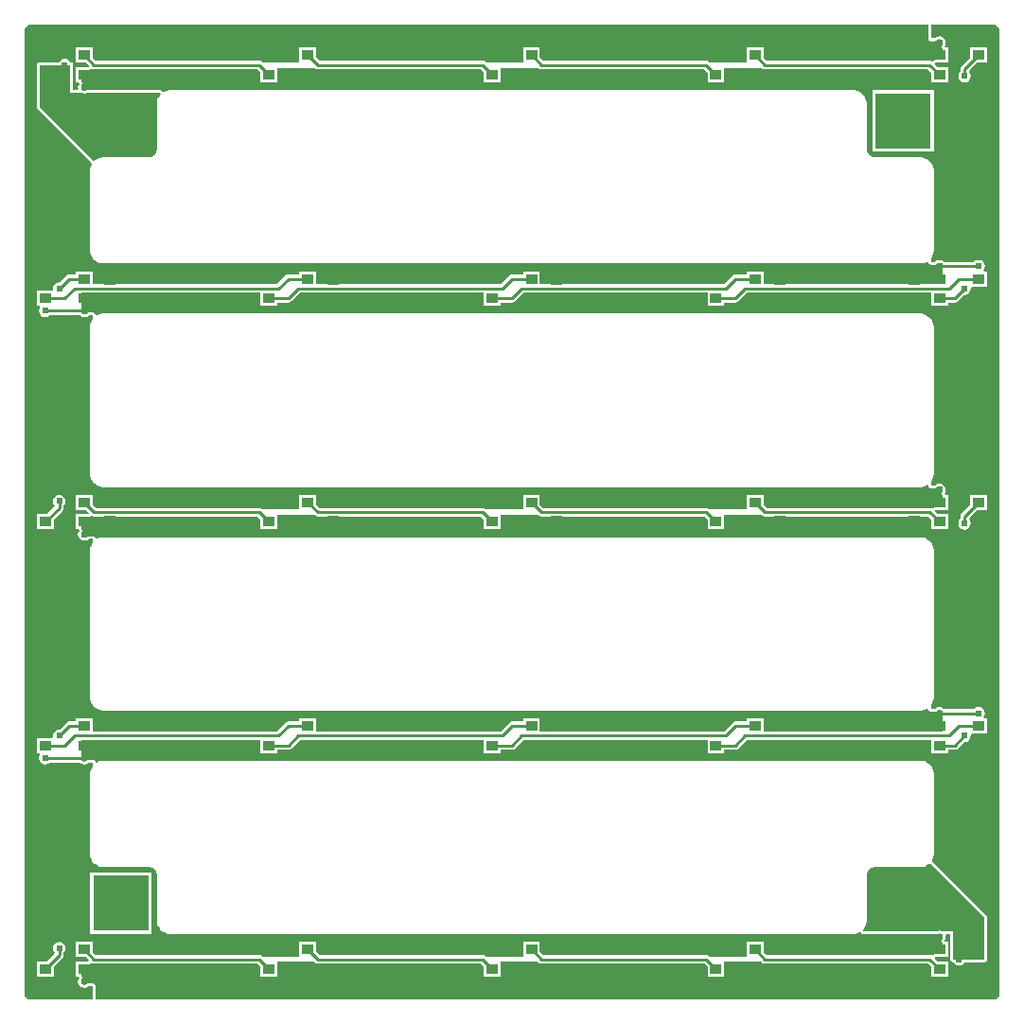
<source format=gtl>
G04*
G04 #@! TF.GenerationSoftware,Altium Limited,Altium Designer,18.1.7 (191)*
G04*
G04 Layer_Physical_Order=1*
G04 Layer_Color=255*
%FSLAX25Y25*%
%MOIN*%
G70*
G01*
G75*
%ADD12R,0.04016X0.03701*%
%ADD13R,0.03937X0.03347*%
%ADD18C,0.01000*%
%ADD19R,0.19685X0.19685*%
%ADD20C,0.02400*%
G36*
X27559Y368549D02*
X343469D01*
Y363734D01*
X343546Y363344D01*
X343767Y363013D01*
X344098Y362792D01*
X344488Y362715D01*
X345817D01*
X345915Y362734D01*
X346016D01*
X346109Y362772D01*
X346207Y362792D01*
X346291Y362848D01*
X346383Y362886D01*
X346454Y362957D01*
X346538Y363013D01*
X346547Y363027D01*
X346980Y363317D01*
X347441Y363408D01*
X347902Y363317D01*
X348292Y363056D01*
X348425Y362856D01*
X348425Y361553D01*
X348400Y361515D01*
X348343Y361377D01*
X348272Y361245D01*
X348267Y361194D01*
X348248Y361148D01*
Y360998D01*
X348233Y360849D01*
X348248Y360801D01*
Y360750D01*
X348305Y360612D01*
X348348Y360468D01*
X348425Y360325D01*
X348425Y356122D01*
X346041D01*
X345650Y356044D01*
X345320Y355823D01*
X345054Y355513D01*
X344671Y355684D01*
X344581Y355744D01*
X343996Y355860D01*
X286559D01*
X285449Y356970D01*
Y360449D01*
X279512D01*
Y355315D01*
X266435D01*
X266337Y355412D01*
X265841Y355744D01*
X265256Y355860D01*
X207819D01*
X206709Y356970D01*
Y360449D01*
X200772D01*
Y355315D01*
X187694D01*
X187597Y355412D01*
X187101Y355744D01*
X186516Y355860D01*
X129078D01*
X127969Y356970D01*
Y360449D01*
X122031D01*
Y355315D01*
X108954D01*
X108857Y355412D01*
X108361Y355744D01*
X107776Y355860D01*
X50338D01*
X49228Y356970D01*
Y360449D01*
X43291D01*
Y355102D01*
X46770D01*
X47851Y354021D01*
X47660Y353559D01*
X43291D01*
Y348213D01*
X44186D01*
X44453Y347713D01*
X44188Y347315D01*
X44017Y346457D01*
X44106Y346008D01*
X43696Y345508D01*
X42358D01*
Y354331D01*
X42281Y354721D01*
X42059Y355052D01*
X41729Y355273D01*
X41339Y355350D01*
X41335D01*
X40956Y355917D01*
X40229Y356403D01*
X39370Y356574D01*
X38512Y356403D01*
X37784Y355917D01*
X37405Y355350D01*
X30512D01*
X30122Y355273D01*
X29791Y355052D01*
X29570Y354721D01*
X29492Y354331D01*
Y339567D01*
X29570Y339177D01*
X29791Y338846D01*
X48674Y319963D01*
X48816Y319430D01*
X48813Y319360D01*
X48798Y319324D01*
X48774Y319268D01*
X48719Y319184D01*
X48422Y318468D01*
X48402Y318369D01*
X48364Y318276D01*
X48213Y317516D01*
Y317415D01*
X48193Y317317D01*
X48193Y316929D01*
X48193Y316929D01*
X48193Y289370D01*
Y288982D01*
X48213Y288884D01*
Y288783D01*
X48364Y288023D01*
X48402Y287930D01*
X48422Y287831D01*
X48597Y287409D01*
X48719Y287115D01*
X48774Y287032D01*
X48813Y286939D01*
X49244Y286294D01*
X49315Y286223D01*
X49371Y286139D01*
X49919Y285591D01*
X50002Y285535D01*
X50073Y285464D01*
X50718Y285033D01*
X50811Y284995D01*
X50894Y284939D01*
X51611Y284642D01*
X51710Y284623D01*
X51802Y284584D01*
X52563Y284433D01*
X52663D01*
X52762Y284413D01*
X53150D01*
X340598Y284414D01*
X340982D01*
X341080Y284433D01*
X341180D01*
X341932Y284582D01*
X342025Y284621D01*
X342123Y284641D01*
X342831Y284934D01*
X342915Y284990D01*
X342969Y285012D01*
X343043Y285009D01*
X343514Y284765D01*
X343546Y284604D01*
X343767Y284273D01*
X344098Y284052D01*
X344488Y283974D01*
X345817D01*
X345915Y283994D01*
X346016D01*
X346109Y284032D01*
X346207Y284052D01*
X346291Y284108D01*
X346383Y284146D01*
X346454Y284217D01*
X346538Y284273D01*
X346547Y284287D01*
X346980Y284577D01*
X347441Y284668D01*
X347902Y284577D01*
X348335Y284287D01*
X348344Y284273D01*
X348425Y284219D01*
Y277120D01*
X285449D01*
Y281709D01*
X279512D01*
Y280565D01*
X275590D01*
X275005Y280448D01*
X274509Y280117D01*
X271512Y277120D01*
X206709D01*
Y281709D01*
X200772D01*
Y280565D01*
X196850D01*
X196265Y280448D01*
X195769Y280117D01*
X192772Y277120D01*
X127969D01*
Y281709D01*
X122031D01*
Y280565D01*
X118110D01*
X117525Y280448D01*
X117029Y280117D01*
X114032Y277120D01*
X49228D01*
Y281709D01*
X43291D01*
Y280565D01*
X40846D01*
X40261Y280448D01*
X39765Y280117D01*
X37468Y277820D01*
X37402Y277834D01*
X36543Y277663D01*
X35816Y277177D01*
X35329Y276449D01*
X35159Y275590D01*
X35235Y275205D01*
X34918Y274819D01*
X29512D01*
Y269472D01*
X30406D01*
X30674Y268972D01*
X30408Y268575D01*
X30237Y267717D01*
X30408Y266858D01*
X30894Y266130D01*
X31622Y265644D01*
X32480Y265473D01*
X33339Y265644D01*
X34066Y266130D01*
X34104Y266187D01*
X44636D01*
X44674Y266130D01*
X45401Y265644D01*
X46260Y265473D01*
X47118Y265644D01*
X47846Y266130D01*
X47884Y266187D01*
X49213D01*
Y264841D01*
X48813Y264242D01*
X48774Y264149D01*
X48719Y264066D01*
X48422Y263350D01*
X48402Y263251D01*
X48364Y263158D01*
X48213Y262398D01*
Y262297D01*
X48193Y262199D01*
X48193Y261811D01*
X48193Y210630D01*
Y210242D01*
X48213Y210144D01*
Y210043D01*
X48364Y209283D01*
X48402Y209190D01*
X48422Y209091D01*
X48597Y208669D01*
X48719Y208375D01*
X48774Y208291D01*
X48813Y208199D01*
X49244Y207554D01*
X49315Y207483D01*
X49371Y207399D01*
X49919Y206851D01*
X50002Y206795D01*
X50073Y206724D01*
X50718Y206293D01*
X50811Y206255D01*
X50894Y206199D01*
X51611Y205902D01*
X51710Y205883D01*
X51802Y205844D01*
X52563Y205693D01*
X52663D01*
X52762Y205673D01*
X53149Y205673D01*
X53150Y205673D01*
X340397Y205673D01*
X340800Y205673D01*
X340898Y205693D01*
X340999D01*
X341789Y205850D01*
X341882Y205889D01*
X341981Y205908D01*
X342725Y206217D01*
X342809Y206272D01*
X342901Y206311D01*
X343025Y206394D01*
X343498Y206108D01*
X343546Y205864D01*
X343767Y205533D01*
X344098Y205312D01*
X344488Y205234D01*
X345817D01*
X345915Y205254D01*
X346016D01*
X346109Y205292D01*
X346207Y205312D01*
X346291Y205368D01*
X346383Y205406D01*
X346454Y205477D01*
X346538Y205533D01*
X346547Y205547D01*
X346980Y205836D01*
X347441Y205928D01*
X347902Y205836D01*
X348292Y205575D01*
X348425Y205376D01*
Y204073D01*
X348400Y204035D01*
X348343Y203896D01*
X348272Y203765D01*
X348267Y203714D01*
X348248Y203667D01*
Y203518D01*
X348233Y203369D01*
X348248Y203320D01*
Y203270D01*
X348305Y203131D01*
X348348Y202988D01*
X348425Y202844D01*
Y198642D01*
X346041D01*
X345650Y198564D01*
X345320Y198343D01*
X344666Y198207D01*
X344581Y198263D01*
X343996Y198380D01*
X286559D01*
X285449Y199490D01*
Y202969D01*
X279512D01*
Y197843D01*
X266427D01*
X266337Y197932D01*
X265841Y198263D01*
X265256Y198380D01*
X207819D01*
X206709Y199490D01*
Y202969D01*
X200772D01*
Y197843D01*
X187687D01*
X187597Y197932D01*
X187101Y198263D01*
X186516Y198380D01*
X129078D01*
X127969Y199490D01*
Y202969D01*
X122031D01*
Y197843D01*
X108946D01*
X108857Y197932D01*
X108361Y198263D01*
X107776Y198380D01*
X50338D01*
X49228Y199490D01*
Y202969D01*
X43291D01*
Y197622D01*
X46770D01*
X47851Y196541D01*
X47660Y196079D01*
X43291D01*
Y190732D01*
X44186D01*
X44453Y190232D01*
X44188Y189835D01*
X44017Y188976D01*
X44188Y188118D01*
X44674Y187390D01*
X45401Y186904D01*
X46260Y186733D01*
X47118Y186904D01*
X47846Y187390D01*
X47884Y187447D01*
X49213D01*
Y186100D01*
X48813Y185502D01*
X48774Y185409D01*
X48719Y185326D01*
X48422Y184609D01*
X48402Y184511D01*
X48364Y184418D01*
X48213Y183658D01*
Y183557D01*
X48193Y183459D01*
X48193Y183071D01*
Y131890D01*
X48193Y131502D01*
X48213Y131404D01*
Y131303D01*
X48364Y130543D01*
X48402Y130450D01*
X48422Y130351D01*
X48597Y129929D01*
X48719Y129635D01*
X48774Y129551D01*
X48813Y129458D01*
X49244Y128814D01*
X49315Y128743D01*
X49371Y128659D01*
X49919Y128111D01*
X50002Y128055D01*
X50073Y127984D01*
X50718Y127553D01*
X50811Y127515D01*
X50894Y127459D01*
X51611Y127162D01*
X51710Y127143D01*
X51802Y127104D01*
X52563Y126953D01*
X52663D01*
X52762Y126933D01*
X53150Y126933D01*
X340476Y126933D01*
X340871D01*
X340969Y126953D01*
X341070D01*
X341845Y127107D01*
X341938Y127145D01*
X342036Y127165D01*
X342766Y127468D01*
X342850Y127523D01*
X342943Y127562D01*
X343017Y127611D01*
X343504Y127335D01*
X343546Y127123D01*
X343767Y126793D01*
X344098Y126572D01*
X344488Y126494D01*
X345817D01*
X345915Y126514D01*
X346016D01*
X346109Y126552D01*
X346207Y126572D01*
X346291Y126627D01*
X346383Y126666D01*
X346454Y126737D01*
X346538Y126793D01*
X346547Y126807D01*
X346980Y127096D01*
X347441Y127188D01*
X347902Y127096D01*
X348335Y126807D01*
X348344Y126793D01*
X348425Y126738D01*
Y119640D01*
X285449D01*
Y124228D01*
X279512D01*
Y123084D01*
X275590D01*
X275005Y122968D01*
X274509Y122637D01*
X271512Y119640D01*
X206709D01*
Y124228D01*
X200772D01*
Y123084D01*
X196850D01*
X196265Y122968D01*
X195769Y122637D01*
X192772Y119640D01*
X127969D01*
Y124228D01*
X122031D01*
Y123084D01*
X118110D01*
X117525Y122968D01*
X117029Y122637D01*
X114032Y119640D01*
X49228D01*
Y124228D01*
X43291D01*
Y123084D01*
X40846D01*
X40261Y122968D01*
X39765Y122637D01*
X37468Y120340D01*
X37402Y120353D01*
X36543Y120183D01*
X35816Y119696D01*
X35329Y118969D01*
X35159Y118110D01*
X35235Y117725D01*
X34918Y117339D01*
X29512D01*
Y111992D01*
X30406D01*
X30674Y111492D01*
X30408Y111095D01*
X30237Y110236D01*
X30408Y109378D01*
X30894Y108650D01*
X31622Y108164D01*
X32480Y107993D01*
X33339Y108164D01*
X34066Y108650D01*
X34104Y108707D01*
X44636D01*
X44674Y108650D01*
X45401Y108164D01*
X46260Y107993D01*
X47118Y108164D01*
X47846Y108650D01*
X47884Y108707D01*
X49213D01*
Y107360D01*
X48813Y106762D01*
X48774Y106669D01*
X48719Y106586D01*
X48422Y105869D01*
X48402Y105771D01*
X48364Y105678D01*
X48213Y104917D01*
Y104817D01*
X48193Y104718D01*
Y104331D01*
Y76772D01*
Y76384D01*
X48213Y76285D01*
Y76185D01*
X48364Y75424D01*
X48402Y75332D01*
X48422Y75233D01*
X48600Y74803D01*
D01*
X48719Y74517D01*
D01*
X48774Y74433D01*
X48813Y74340D01*
X49048Y73988D01*
X49244Y73695D01*
X49315Y73624D01*
X49371Y73541D01*
X49919Y72993D01*
X50002Y72937D01*
X50073Y72866D01*
X50718Y72435D01*
X50811Y72396D01*
X50894Y72341D01*
X51611Y72044D01*
X51710Y72024D01*
X51802Y71986D01*
X52563Y71835D01*
X52663D01*
X52762Y71815D01*
X53150D01*
X68873Y71815D01*
X69158Y71801D01*
X69743Y71685D01*
X70271Y71466D01*
X70745Y71149D01*
X71149Y70745D01*
X71466Y70271D01*
X71685Y69743D01*
X71801Y69158D01*
X71815Y68872D01*
X71815Y53150D01*
D01*
X71815Y52762D01*
X71835Y52663D01*
Y52563D01*
X71986Y51802D01*
X72024Y51710D01*
X72044Y51611D01*
X72222Y51181D01*
X72341Y50894D01*
X72396Y50811D01*
X72435Y50718D01*
X72866Y50073D01*
X72937Y50002D01*
X72993Y49919D01*
X73541Y49371D01*
X73624Y49315D01*
X73695Y49244D01*
X74340Y48813D01*
X74433Y48774D01*
D01*
X74517Y48719D01*
X75233Y48422D01*
X75332Y48402D01*
X75424Y48364D01*
X76185Y48213D01*
X76285D01*
X76384Y48193D01*
X76772Y48193D01*
X76772Y48193D01*
X316929Y48193D01*
X317317D01*
X317415Y48213D01*
X317516D01*
X318276Y48364D01*
X318369Y48402D01*
X318468Y48422D01*
X319184Y48719D01*
X319250Y48763D01*
X319273Y48775D01*
X319767Y48822D01*
X319988Y48492D01*
X320319Y48271D01*
X320709Y48193D01*
X346427Y48193D01*
X346526Y48213D01*
X346626D01*
X346719Y48251D01*
X346817Y48271D01*
X346901Y48326D01*
X346965Y48353D01*
X347441Y48448D01*
X347917Y48353D01*
X347981Y48326D01*
X348065Y48271D01*
X348163Y48251D01*
X348256Y48213D01*
X348356D01*
X348425Y48199D01*
Y46592D01*
X348400Y46555D01*
X348343Y46416D01*
X348272Y46284D01*
X348267Y46234D01*
X348248Y46187D01*
Y46037D01*
X348233Y45888D01*
X348248Y45840D01*
Y45789D01*
X348305Y45651D01*
X348348Y45508D01*
X348425Y45364D01*
Y41161D01*
X346041D01*
X345650Y41084D01*
X345320Y40863D01*
X344666Y40726D01*
X344581Y40783D01*
X343996Y40900D01*
X286559D01*
X285449Y42009D01*
Y45488D01*
X279512D01*
Y40354D01*
X266435D01*
X266337Y40451D01*
X265841Y40783D01*
X265256Y40900D01*
X207819D01*
X206709Y42009D01*
Y45488D01*
X200772D01*
Y40354D01*
X187694D01*
X187597Y40451D01*
X187101Y40783D01*
X186516Y40900D01*
X129078D01*
X127969Y42009D01*
Y45488D01*
X122031D01*
Y40354D01*
X108954D01*
X108857Y40451D01*
X108361Y40783D01*
X107776Y40900D01*
X50338D01*
X49228Y42009D01*
Y45488D01*
X43291D01*
Y40142D01*
X46770D01*
X47851Y39060D01*
X47660Y38598D01*
X43291D01*
Y33252D01*
X44186D01*
X44453Y32752D01*
X44188Y32355D01*
X44017Y31496D01*
X44188Y30638D01*
X44674Y29910D01*
X45401Y29424D01*
X46260Y29253D01*
X47118Y29424D01*
X47846Y29910D01*
X47884Y29967D01*
X49213D01*
Y25151D01*
X27559D01*
X27493Y25138D01*
X26628Y25311D01*
X25838Y25838D01*
X25311Y26628D01*
X25138Y27493D01*
X25152Y27559D01*
X25151Y365642D01*
X25152Y366142D01*
X25219Y366614D01*
X25311Y367073D01*
X25838Y367863D01*
X26628Y368390D01*
X27493Y368562D01*
X27559Y368549D01*
D02*
G37*
G36*
X367073Y368390D02*
X367863Y367863D01*
X368390Y367073D01*
X368562Y366208D01*
X368549Y366142D01*
X368549Y28054D01*
X368549Y27559D01*
X368482Y27087D01*
X368390Y26628D01*
X367863Y25838D01*
X367073Y25311D01*
X366208Y25138D01*
X366142Y25151D01*
X50232D01*
Y29967D01*
X50155Y30357D01*
X49933Y30688D01*
X49603Y30909D01*
X49213Y30986D01*
X47884D01*
X47785Y30967D01*
X47685D01*
X47592Y30928D01*
X47494Y30909D01*
X47410Y30853D01*
X47317Y30814D01*
X47246Y30743D01*
X47163Y30688D01*
X47153Y30674D01*
X46720Y30384D01*
X46260Y30292D01*
X45799Y30384D01*
X45409Y30645D01*
X45276Y30844D01*
Y32148D01*
X45301Y32186D01*
X45358Y32324D01*
X45429Y32456D01*
X45434Y32506D01*
X45453Y32553D01*
Y32703D01*
X45468Y32852D01*
X45453Y32900D01*
Y32951D01*
X45396Y33089D01*
X45352Y33233D01*
X45276Y33376D01*
Y37579D01*
X47660D01*
X48050Y37657D01*
X48381Y37878D01*
X48406Y37900D01*
X49029Y38013D01*
X49050Y38003D01*
X49119Y37957D01*
X49705Y37841D01*
X107142D01*
X108252Y36731D01*
Y33252D01*
X114189D01*
Y38386D01*
X127266D01*
X127363Y38289D01*
X127860Y37957D01*
X128445Y37841D01*
X185882D01*
X186992Y36731D01*
Y33252D01*
X192929D01*
Y38386D01*
X206006D01*
X206104Y38289D01*
X206600Y37957D01*
X207185Y37841D01*
X264622D01*
X265732Y36731D01*
Y33252D01*
X271669D01*
Y38386D01*
X284747D01*
X284844Y38289D01*
X285340Y37957D01*
X285925Y37841D01*
X343363D01*
X344472Y36731D01*
Y33252D01*
X350410D01*
Y38598D01*
X346931D01*
X345849Y39680D01*
X346041Y40142D01*
X350410D01*
Y45488D01*
X349515D01*
X349248Y45988D01*
X349513Y46386D01*
X349684Y47244D01*
X349595Y47693D01*
X350005Y48193D01*
X351343D01*
Y39370D01*
X351420Y38980D01*
X351641Y38649D01*
X351972Y38428D01*
X352362Y38350D01*
X352366D01*
X352745Y37784D01*
X353472Y37298D01*
X354331Y37127D01*
X355189Y37298D01*
X355917Y37784D01*
X356295Y38350D01*
X363189D01*
X363579Y38428D01*
X363910Y38649D01*
X364131Y38980D01*
X364209Y39370D01*
Y54134D01*
X364131Y54524D01*
X363910Y54855D01*
X344777Y73988D01*
X344691Y74045D01*
X344888Y74340D01*
X344926Y74433D01*
X344982Y74516D01*
X345279Y75233D01*
X345298Y75331D01*
X345337Y75424D01*
X345488Y76185D01*
Y76285D01*
X345508Y76384D01*
X345508Y76771D01*
X345508Y76772D01*
X345508Y104331D01*
X345508Y104718D01*
X345488Y104817D01*
Y104917D01*
X345337Y105678D01*
X345299Y105771D01*
X345279Y105869D01*
X345101Y106299D01*
X344982Y106586D01*
X344926Y106669D01*
X344888Y106762D01*
X344457Y107407D01*
X344386Y107478D01*
X344330Y107561D01*
X343782Y108110D01*
X343698Y108166D01*
X343627Y108237D01*
X342982Y108667D01*
X342890Y108706D01*
X342806Y108762D01*
X342090Y109058D01*
X341991Y109078D01*
X341898Y109116D01*
X341138Y109268D01*
X341037Y109268D01*
X340939Y109287D01*
X340552Y109287D01*
X340551Y109287D01*
X53150Y109287D01*
X52762D01*
X52663Y109268D01*
X52563D01*
X51802Y109116D01*
X51710Y109078D01*
X51611Y109058D01*
X50894Y108762D01*
X50811Y108706D01*
X50718Y108667D01*
X50692Y108650D01*
X50191Y108916D01*
X50155Y109097D01*
X49933Y109428D01*
X49603Y109649D01*
X49213Y109726D01*
X47884D01*
X47785Y109707D01*
X47685D01*
X47592Y109668D01*
X47494Y109649D01*
X47410Y109593D01*
X47317Y109555D01*
X47246Y109484D01*
X47163Y109428D01*
X47153Y109414D01*
X46720Y109124D01*
X46260Y109033D01*
X45799Y109124D01*
X45366Y109414D01*
X45357Y109428D01*
X45276Y109482D01*
Y116581D01*
X108252D01*
Y111992D01*
X114189D01*
Y113136D01*
X118110D01*
X118695Y113252D01*
X119192Y113584D01*
X122189Y116581D01*
X186992D01*
Y111992D01*
X192929D01*
Y113136D01*
X196850D01*
X197436Y113252D01*
X197932Y113584D01*
X200929Y116581D01*
X265732D01*
Y111992D01*
X271669D01*
Y113136D01*
X275590D01*
X276176Y113252D01*
X276672Y113584D01*
X279669Y116581D01*
X344472D01*
Y111992D01*
X350410D01*
Y113136D01*
X352854D01*
X353440Y113252D01*
X353936Y113584D01*
X356232Y115880D01*
X356299Y115867D01*
X357158Y116038D01*
X357885Y116524D01*
X358372Y117252D01*
X358542Y118110D01*
X358466Y118495D01*
X358783Y118882D01*
X364189D01*
Y124228D01*
X363295D01*
X363027Y124728D01*
X363293Y125126D01*
X363464Y125984D01*
X363293Y126843D01*
X362807Y127570D01*
X362079Y128057D01*
X361221Y128227D01*
X360362Y128057D01*
X359634Y127570D01*
X359596Y127514D01*
X349065D01*
X349027Y127570D01*
X348299Y128057D01*
X347441Y128227D01*
X346583Y128057D01*
X345855Y127570D01*
X345817Y127514D01*
X344488D01*
Y128913D01*
X344879Y129498D01*
X344918Y129591D01*
X344973Y129674D01*
X345276Y130405D01*
X345296Y130503D01*
X345334Y130596D01*
X345488Y131371D01*
Y131472D01*
X345508Y131570D01*
Y131965D01*
X345508Y131965D01*
X345508Y183071D01*
X345508Y183459D01*
X345488Y183557D01*
Y183658D01*
X345337Y184418D01*
X345299Y184511D01*
X345279Y184609D01*
X344982Y185326D01*
X344926Y185409D01*
X344888Y185502D01*
X344488Y186100D01*
X344457Y186147D01*
X344386Y186218D01*
X344330Y186302D01*
X343782Y186850D01*
X343698Y186906D01*
X343627Y186977D01*
X342982Y187408D01*
X342890Y187446D01*
X342806Y187502D01*
X342090Y187799D01*
X341991Y187818D01*
X341898Y187856D01*
X341138Y188008D01*
X341037Y188008D01*
X340939Y188027D01*
X340552Y188027D01*
X340551Y188027D01*
X53150Y188027D01*
X52762Y188027D01*
X52663Y188008D01*
X52563D01*
X51802Y187856D01*
X51710Y187818D01*
X51611Y187799D01*
X50894Y187502D01*
X50811Y187446D01*
X50718Y187408D01*
X50692Y187390D01*
X50191Y187656D01*
X50155Y187837D01*
X49933Y188168D01*
X49603Y188389D01*
X49213Y188467D01*
X47884D01*
X47785Y188447D01*
X47685D01*
X47592Y188409D01*
X47494Y188389D01*
X47410Y188333D01*
X47317Y188295D01*
X47246Y188224D01*
X47163Y188168D01*
X47153Y188154D01*
X46720Y187864D01*
X46260Y187773D01*
X45799Y187864D01*
X45409Y188125D01*
X45276Y188325D01*
Y189628D01*
X45301Y189666D01*
X45358Y189804D01*
X45429Y189936D01*
X45434Y189987D01*
X45453Y190033D01*
Y190183D01*
X45468Y190332D01*
X45453Y190381D01*
Y190431D01*
X45396Y190570D01*
X45352Y190713D01*
X45276Y190856D01*
Y195059D01*
X47660D01*
X48050Y195137D01*
X48381Y195358D01*
X48647Y195668D01*
X49030Y195497D01*
X49119Y195437D01*
X49705Y195321D01*
X107142D01*
X108252Y194211D01*
Y190732D01*
X114189D01*
Y195866D01*
X127266D01*
X127363Y195769D01*
X127860Y195437D01*
X128445Y195321D01*
X185882D01*
X186992Y194211D01*
Y190732D01*
X192929D01*
Y195866D01*
X206006D01*
X206104Y195769D01*
X206600Y195437D01*
X207185Y195321D01*
X264622D01*
X265732Y194211D01*
Y190732D01*
X271669D01*
Y195866D01*
X284747D01*
X284844Y195769D01*
X285340Y195437D01*
X285925Y195321D01*
X343363D01*
X344472Y194211D01*
Y190732D01*
X350410D01*
Y196079D01*
X346931D01*
X345849Y197160D01*
X346041Y197622D01*
X350410D01*
Y202969D01*
X349515D01*
X349248Y203468D01*
X349513Y203866D01*
X349684Y204724D01*
X349513Y205583D01*
X349027Y206311D01*
X348299Y206797D01*
X347441Y206967D01*
X346583Y206797D01*
X345855Y206311D01*
X345817Y206254D01*
X344488D01*
Y207708D01*
X344870Y208280D01*
X344909Y208373D01*
X344965Y208456D01*
X345273Y209201D01*
X345292Y209299D01*
X345331Y209392D01*
X345488Y210182D01*
Y210283D01*
X345508Y210381D01*
X345508Y210784D01*
X345508Y210784D01*
X345508Y261735D01*
X345508Y262130D01*
X345488Y262229D01*
Y262330D01*
X345334Y263105D01*
X345296Y263197D01*
X345276Y263296D01*
X344973Y264026D01*
X344918Y264110D01*
X344879Y264202D01*
X344488Y264788D01*
D01*
X344440Y264860D01*
X344369Y264931D01*
X344313Y265014D01*
X343754Y265573D01*
X343671Y265629D01*
X343600Y265700D01*
X342943Y266139D01*
X342850Y266178D01*
X342766Y266233D01*
X342036Y266536D01*
X341938Y266555D01*
X341845Y266594D01*
X341070Y266748D01*
X340969D01*
X340871Y266768D01*
X340476Y266768D01*
X340476Y266768D01*
X53150Y266768D01*
X52762Y266768D01*
X52663Y266748D01*
X52563D01*
X51802Y266597D01*
X51710Y266558D01*
X51611Y266539D01*
X50894Y266242D01*
X50811Y266186D01*
X50718Y266148D01*
X50692Y266130D01*
X50191Y266396D01*
X50155Y266577D01*
X49933Y266908D01*
X49603Y267129D01*
X49213Y267207D01*
X47884D01*
X47785Y267187D01*
X47685D01*
X47592Y267149D01*
X47494Y267129D01*
X47410Y267073D01*
X47317Y267035D01*
X47246Y266964D01*
X47163Y266908D01*
X47153Y266894D01*
X46720Y266605D01*
X46260Y266513D01*
X45799Y266605D01*
X45366Y266894D01*
X45357Y266908D01*
X45276Y266962D01*
Y274061D01*
X108252D01*
Y269472D01*
X114189D01*
Y270616D01*
X118110D01*
X118695Y270733D01*
X119192Y271064D01*
X122189Y274061D01*
X186992D01*
Y269472D01*
X192929D01*
Y270616D01*
X196850D01*
X197436Y270733D01*
X197932Y271064D01*
X200929Y274061D01*
X265732D01*
Y269472D01*
X271669D01*
Y270616D01*
X275590D01*
X276176Y270733D01*
X276672Y271064D01*
X279669Y274061D01*
X344472D01*
Y269472D01*
X350410D01*
Y270616D01*
X352854D01*
X353440Y270733D01*
X353936Y271064D01*
X356232Y273361D01*
X356299Y273347D01*
X357158Y273518D01*
X357885Y274004D01*
X358372Y274732D01*
X358542Y275590D01*
X358466Y275976D01*
X358783Y276362D01*
X364189D01*
Y281709D01*
X363295D01*
X363027Y282209D01*
X363293Y282606D01*
X363464Y283465D01*
X363293Y284323D01*
X362807Y285051D01*
X362079Y285537D01*
X361221Y285708D01*
X360362Y285537D01*
X359634Y285051D01*
X359596Y284994D01*
X349065D01*
X349027Y285051D01*
X348299Y285537D01*
X347441Y285708D01*
X346583Y285537D01*
X345855Y285051D01*
X345817Y284994D01*
X344488D01*
Y286308D01*
X344893Y286914D01*
X344932Y287007D01*
X344987Y287090D01*
X345281Y287798D01*
X345300Y287896D01*
X345339Y287989D01*
X345488Y288741D01*
Y288841D01*
X345508Y288940D01*
Y289322D01*
X345508Y289323D01*
X345508Y316853D01*
X345508Y317249D01*
X345488Y317347D01*
Y317447D01*
X345334Y318223D01*
X345296Y318316D01*
X345276Y318414D01*
X344973Y319144D01*
X344918Y319228D01*
X344879Y319321D01*
X344488Y319906D01*
D01*
X344440Y319978D01*
X344369Y320049D01*
X344313Y320132D01*
X343754Y320691D01*
X343671Y320747D01*
X343600Y320818D01*
X342943Y321257D01*
X342850Y321296D01*
X342766Y321351D01*
X342036Y321654D01*
X341938Y321673D01*
X341845Y321712D01*
X341070Y321866D01*
X340969Y321866D01*
X340871Y321886D01*
X340476Y321886D01*
X340476Y321886D01*
X324828Y321886D01*
X324542Y321900D01*
X323958Y322016D01*
X323430Y322235D01*
X322955Y322552D01*
X322552Y322955D01*
X322235Y323430D01*
X322016Y323958D01*
X321900Y324542D01*
X321886Y324828D01*
X321886Y340475D01*
X321886Y340871D01*
X321866Y340969D01*
Y341070D01*
X321712Y341845D01*
X321673Y341938D01*
X321654Y342036D01*
X321351Y342766D01*
X321296Y342850D01*
D01*
X321257Y342943D01*
X320818Y343600D01*
X320747Y343671D01*
X320691Y343754D01*
X320132Y344313D01*
X320049Y344369D01*
X319978Y344440D01*
X319321Y344879D01*
X319228Y344918D01*
X319144Y344973D01*
X319123Y344982D01*
X318898Y345076D01*
X318414Y345276D01*
X318316Y345296D01*
X318223Y345334D01*
X317447Y345488D01*
X317347D01*
X317249Y345508D01*
X316854Y345508D01*
X316853Y345508D01*
X76772Y345508D01*
X76384Y345508D01*
X76285Y345488D01*
X76185D01*
X75424Y345337D01*
X75332Y345299D01*
X75233Y345279D01*
X74517Y344982D01*
X74450Y344938D01*
X74428Y344926D01*
X73934Y344878D01*
X73713Y345209D01*
X73382Y345430D01*
X72992Y345508D01*
X47274Y345508D01*
X47175Y345488D01*
X47075D01*
X46982Y345450D01*
X46883Y345430D01*
X46800Y345374D01*
X46736Y345348D01*
X46260Y345253D01*
X45784Y345348D01*
X45720Y345374D01*
X45636Y345430D01*
X45538Y345450D01*
X45445Y345488D01*
X45344D01*
X45276Y345502D01*
Y347108D01*
X45301Y347146D01*
X45358Y347285D01*
X45429Y347417D01*
X45434Y347467D01*
X45453Y347514D01*
Y347663D01*
X45468Y347813D01*
X45453Y347861D01*
Y347912D01*
X45396Y348050D01*
X45352Y348193D01*
X45276Y348337D01*
Y352539D01*
X47660D01*
X48050Y352617D01*
X48381Y352838D01*
X48647Y353149D01*
X49030Y352978D01*
X49119Y352918D01*
X49705Y352801D01*
X107142D01*
X108252Y351691D01*
Y348213D01*
X114189D01*
Y353346D01*
X127266D01*
X127363Y353249D01*
X127860Y352918D01*
X128445Y352801D01*
X185882D01*
X186992Y351691D01*
Y348213D01*
X192929D01*
Y353346D01*
X206006D01*
X206104Y353249D01*
X206600Y352918D01*
X207185Y352801D01*
X264622D01*
X265732Y351691D01*
Y348213D01*
X271669D01*
Y353346D01*
X284747D01*
X284844Y353249D01*
X285340Y352918D01*
X285925Y352801D01*
X343363D01*
X344472Y351691D01*
Y348213D01*
X350410D01*
Y353559D01*
X346931D01*
X345849Y354640D01*
X346041Y355102D01*
X350410D01*
Y360449D01*
X349515D01*
X349248Y360949D01*
X349513Y361346D01*
X349684Y362205D01*
X349513Y363063D01*
X349027Y363791D01*
X348299Y364277D01*
X347441Y364448D01*
X346583Y364277D01*
X345855Y363791D01*
X345817Y363734D01*
X344488D01*
Y368549D01*
X366142D01*
X366208Y368562D01*
X367073Y368390D01*
D02*
G37*
G36*
X41339Y344488D02*
X45246D01*
X45401Y344384D01*
X46260Y344214D01*
X47118Y344384D01*
X47274Y344488D01*
X72992Y344488D01*
X73199Y343988D01*
X72993Y343782D01*
X72937Y343698D01*
X72866Y343627D01*
X72435Y342983D01*
X72396Y342890D01*
X72341Y342806D01*
X72044Y342090D01*
X72024Y341991D01*
X71986Y341898D01*
X71835Y341138D01*
Y341037D01*
X71815Y340939D01*
X71815Y340551D01*
X71815Y340551D01*
X71815Y324828D01*
X71801Y324542D01*
X71685Y323958D01*
X71466Y323430D01*
X71149Y322955D01*
X70745Y322552D01*
X70271Y322235D01*
X69743Y322016D01*
X69158Y321900D01*
X68873Y321886D01*
X53150Y321886D01*
X52762Y321886D01*
X52663Y321866D01*
X52563D01*
X51802Y321715D01*
X51710Y321676D01*
X51611Y321657D01*
X50894Y321360D01*
X50811Y321304D01*
X50718Y321266D01*
X50073Y320835D01*
X50006Y320768D01*
X50000Y320762D01*
X49919Y320708D01*
X49895Y320684D01*
X49395Y320684D01*
X30512Y339567D01*
Y354331D01*
X41339D01*
Y344488D01*
D02*
G37*
G36*
X363189Y54134D02*
Y39370D01*
X352362D01*
Y49213D01*
X348455D01*
X348299Y49316D01*
X347441Y49487D01*
X346583Y49316D01*
X346427Y49213D01*
X320709Y49213D01*
X320502Y49713D01*
X320708Y49919D01*
X320764Y50002D01*
X320835Y50073D01*
X321266Y50718D01*
X321304Y50811D01*
X321360Y50894D01*
X321657Y51611D01*
X321676Y51709D01*
X321715Y51802D01*
X321866Y52563D01*
Y52663D01*
X321886Y52762D01*
Y53149D01*
X321886Y53150D01*
X321886Y68873D01*
X321900Y69158D01*
X322016Y69743D01*
X322235Y70271D01*
X322552Y70745D01*
X322955Y71149D01*
X323430Y71466D01*
X323958Y71685D01*
X324542Y71801D01*
X324831Y71815D01*
X340939Y71815D01*
X341037Y71835D01*
X341138D01*
X341898Y71986D01*
X341991Y72024D01*
X342090Y72044D01*
X342806Y72341D01*
X342890Y72396D01*
X342983Y72435D01*
X343627Y72866D01*
X343698Y72937D01*
X343782Y72993D01*
X344056Y73267D01*
X363189Y54134D01*
D02*
G37*
%LPC*%
G36*
X37402Y203030D02*
X36543Y202860D01*
X35816Y202374D01*
X35329Y201646D01*
X35159Y200787D01*
X35329Y199929D01*
X35816Y199201D01*
X35649Y198737D01*
X32991Y196079D01*
X29512D01*
Y190732D01*
X35449D01*
Y194211D01*
X38483Y197245D01*
X38814Y197741D01*
X38931Y198327D01*
Y199163D01*
X38988Y199201D01*
X39474Y199929D01*
X39645Y200787D01*
X39474Y201646D01*
X38988Y202374D01*
X38260Y202860D01*
X37402Y203030D01*
D02*
G37*
G36*
X69898Y69898D02*
X48213D01*
Y48213D01*
X69898D01*
Y51181D01*
Y69898D01*
D02*
G37*
G36*
X37402Y45550D02*
X36543Y45379D01*
X35816Y44893D01*
X35329Y44166D01*
X35159Y43307D01*
X35329Y42449D01*
X35816Y41721D01*
X35649Y41256D01*
X32991Y38598D01*
X29512D01*
Y33252D01*
X35449D01*
Y36731D01*
X38483Y39765D01*
X38814Y40261D01*
X38931Y40846D01*
Y41683D01*
X38988Y41721D01*
X39474Y42449D01*
X39645Y43307D01*
X39474Y44166D01*
X38988Y44893D01*
X38260Y45379D01*
X37402Y45550D01*
D02*
G37*
G36*
X364189Y360449D02*
X358252D01*
Y356970D01*
X355218Y353936D01*
X354886Y353440D01*
X354770Y352854D01*
Y352018D01*
X354713Y351980D01*
X354227Y351252D01*
X354056Y350394D01*
X354227Y349535D01*
X354713Y348808D01*
X355441Y348321D01*
X356299Y348151D01*
X357158Y348321D01*
X357885Y348808D01*
X358372Y349535D01*
X358542Y350394D01*
X358372Y351252D01*
X357885Y351980D01*
X358052Y352444D01*
X360710Y355102D01*
X364189D01*
Y360449D01*
D02*
G37*
G36*
X345488Y345488D02*
X323803D01*
Y342520D01*
Y323803D01*
X345488D01*
Y342520D01*
Y345488D01*
D02*
G37*
G36*
X364189Y202969D02*
X358252D01*
Y199490D01*
X355218Y196455D01*
X354886Y195959D01*
X354770Y195374D01*
Y194537D01*
X354713Y194500D01*
X354227Y193772D01*
X354056Y192913D01*
X354227Y192055D01*
X354713Y191327D01*
X355441Y190841D01*
X356299Y190670D01*
X357158Y190841D01*
X357885Y191327D01*
X358372Y192055D01*
X358542Y192913D01*
X358372Y193772D01*
X357885Y194500D01*
X358052Y194964D01*
X360710Y197622D01*
X364189D01*
Y202969D01*
D02*
G37*
%LPD*%
D12*
X338583Y42480D02*
D03*
Y36260D02*
D03*
X291339Y42480D02*
D03*
Y36260D02*
D03*
X212598Y42480D02*
D03*
Y36260D02*
D03*
X133858Y42480D02*
D03*
Y36260D02*
D03*
X55118Y42480D02*
D03*
Y36260D02*
D03*
Y121221D02*
D03*
Y115000D02*
D03*
X133858Y121221D02*
D03*
Y115000D02*
D03*
X212598Y121221D02*
D03*
Y115000D02*
D03*
X291339Y121221D02*
D03*
Y115000D02*
D03*
X338583Y121221D02*
D03*
Y115000D02*
D03*
X55118Y199961D02*
D03*
Y193740D02*
D03*
X133858Y199961D02*
D03*
Y193740D02*
D03*
X212598Y199961D02*
D03*
Y193740D02*
D03*
X291339Y199961D02*
D03*
Y193740D02*
D03*
X338583Y199961D02*
D03*
Y193740D02*
D03*
X55118Y278701D02*
D03*
Y272480D02*
D03*
X133858Y278701D02*
D03*
Y272480D02*
D03*
X212598Y278701D02*
D03*
Y272480D02*
D03*
X291339Y278701D02*
D03*
Y272480D02*
D03*
X338583Y278701D02*
D03*
Y272480D02*
D03*
Y351220D02*
D03*
Y357441D02*
D03*
X291339Y351220D02*
D03*
Y357441D02*
D03*
X212598Y351220D02*
D03*
Y357441D02*
D03*
X133858Y351220D02*
D03*
Y357441D02*
D03*
X55118D02*
D03*
Y351220D02*
D03*
D13*
X347441Y357776D02*
D03*
X361221D02*
D03*
X347441Y350886D02*
D03*
X361221D02*
D03*
X268701Y357776D02*
D03*
X282480D02*
D03*
X268701Y350886D02*
D03*
X282480D02*
D03*
X189961Y357776D02*
D03*
X203740D02*
D03*
X189961Y350886D02*
D03*
X203740D02*
D03*
X111221Y357776D02*
D03*
X125000D02*
D03*
X111221Y350886D02*
D03*
X125000D02*
D03*
X32480Y357776D02*
D03*
X46260D02*
D03*
X32480Y350886D02*
D03*
X46260D02*
D03*
X32480Y279035D02*
D03*
X46260D02*
D03*
X32480Y272146D02*
D03*
X46260D02*
D03*
X111221Y279035D02*
D03*
X125000D02*
D03*
X111221Y272146D02*
D03*
X125000D02*
D03*
X189961Y279035D02*
D03*
X203740D02*
D03*
X189961Y272146D02*
D03*
X203740D02*
D03*
X268701Y279035D02*
D03*
X282480D02*
D03*
X268701Y272146D02*
D03*
X282480D02*
D03*
X347441Y279035D02*
D03*
X361221D02*
D03*
X347441Y272146D02*
D03*
X361221D02*
D03*
X347441Y200295D02*
D03*
X361221D02*
D03*
X347441Y193405D02*
D03*
X361221D02*
D03*
X268701Y200295D02*
D03*
X282480D02*
D03*
X268701Y193405D02*
D03*
X282480D02*
D03*
X189961Y200295D02*
D03*
X203740D02*
D03*
X189961Y193405D02*
D03*
X203740D02*
D03*
X111221Y200295D02*
D03*
X125000D02*
D03*
X111221Y193405D02*
D03*
X125000D02*
D03*
X32480Y200295D02*
D03*
X46260D02*
D03*
X32480Y193405D02*
D03*
X46260D02*
D03*
X32480Y121555D02*
D03*
X46260D02*
D03*
X32480Y114665D02*
D03*
X46260D02*
D03*
X111221Y121555D02*
D03*
X125000D02*
D03*
X111221Y114665D02*
D03*
X125000D02*
D03*
X189961Y121555D02*
D03*
X203740D02*
D03*
X189961Y114665D02*
D03*
X203740D02*
D03*
X268701Y121555D02*
D03*
X282480D02*
D03*
X268701Y114665D02*
D03*
X282480D02*
D03*
X347441Y121555D02*
D03*
X361221D02*
D03*
X347441Y114665D02*
D03*
X361221D02*
D03*
X347441Y42815D02*
D03*
X361221D02*
D03*
X347441Y35925D02*
D03*
X361221D02*
D03*
X268701Y42815D02*
D03*
X282480D02*
D03*
X268701Y35925D02*
D03*
X282480D02*
D03*
X189961Y42815D02*
D03*
X203740D02*
D03*
X189961Y35925D02*
D03*
X203740D02*
D03*
X111221Y42815D02*
D03*
X125000D02*
D03*
X111221Y35925D02*
D03*
X125000D02*
D03*
X32480Y42815D02*
D03*
X46260D02*
D03*
X32480Y35925D02*
D03*
X46260D02*
D03*
D18*
X27559Y47244D02*
X50925D01*
X357776Y42815D02*
X361221D01*
X354331Y39370D02*
X357776Y42815D01*
X366142Y193405D02*
Y272146D01*
X366142Y35925D02*
X366142Y193405D01*
X342776Y31496D02*
X361221D01*
X342776Y110236D02*
X361221D01*
X50925Y267717D02*
X125000D01*
X50925Y110236D02*
X125000D01*
X366142Y272146D02*
Y346457D01*
X361221D02*
X366142D01*
X287146D02*
X342776D01*
X47244Y334646D02*
X59055D01*
X39370Y342520D02*
X47244Y334646D01*
X39370Y342520D02*
Y354331D01*
X35925Y350886D02*
X39370Y354331D01*
X32480Y350886D02*
X35925D01*
X361221Y267717D02*
X366142D01*
X50925D02*
X55118D01*
X46260D02*
X50925D01*
X287146Y188976D02*
X342776D01*
X361221D02*
X366142D01*
X361221Y110236D02*
X366142D01*
X27559Y47244D02*
Y204724D01*
Y125984D02*
X32480D01*
Y42815D02*
Y47244D01*
X361221Y31496D02*
X366142D01*
Y35925D01*
X334646Y59055D02*
X346560D01*
X354331Y51285D01*
Y39370D02*
Y51285D01*
X50925Y125984D02*
X111221D01*
X50925D02*
X53150D01*
X46260D02*
X50925D01*
X50925Y110236D02*
X55118D01*
X46260D02*
X50925D01*
X342776Y31496D02*
X347441D01*
X287146D02*
X342776D01*
X347441Y346457D02*
X361221D01*
X342776D02*
X347441D01*
X46260Y362205D02*
X50925D01*
X32480D02*
X46260D01*
Y283465D02*
X50925D01*
X32480D02*
X46260D01*
X347441Y267717D02*
X361221D01*
X342776D02*
X347441D01*
Y188976D02*
X361221D01*
X342776D02*
X347441D01*
X32480Y125984D02*
X46260D01*
X27559Y283465D02*
Y362205D01*
Y204724D02*
Y283465D01*
X338583Y350650D02*
X342776Y346457D01*
X342776Y362205D02*
X347441D01*
X287146D02*
X342776D01*
X338583Y358012D02*
X342776Y362205D01*
X282480Y346457D02*
X287146D01*
X291339Y350650D01*
X268701Y362205D02*
X287146D01*
X291339Y358012D01*
X208405Y346457D02*
X282480D01*
X203740D02*
X208405D01*
X212598Y350650D01*
X208405Y362205D02*
X268701D01*
X189961D02*
X208405D01*
X212598Y358012D01*
X129665Y346457D02*
X203740D01*
X125000D02*
X129665D01*
X133858Y350650D01*
X129665Y362205D02*
X189961D01*
X111221D02*
X129665D01*
X133858Y358012D01*
X50925Y362205D02*
X111221D01*
X50925D02*
X55118Y358012D01*
X50925Y346457D02*
X125000D01*
X46260D02*
X50925D01*
X55118Y350650D01*
X50925Y267717D02*
X55118Y271909D01*
X50925Y283465D02*
X111221D01*
X50925D02*
X55118Y279272D01*
X125000Y267717D02*
Y272146D01*
X129665Y267717D02*
X203740D01*
X125000D02*
X129665D01*
X133858Y271909D01*
X129665Y283465D02*
X189961D01*
X111221D02*
X129665D01*
X133858Y279272D01*
X208405Y267717D02*
X282480D01*
X203740D02*
X208405D01*
X212598Y271909D01*
X208405Y283465D02*
X268701D01*
X189961D02*
X208405D01*
X212598Y279272D01*
X287146Y283465D02*
X342776D01*
X268701D02*
X287146D01*
X291339Y279272D01*
X287146Y267717D02*
X342776D01*
X282480D02*
X287146D01*
X291339Y271909D01*
X338583D02*
X342776Y267717D01*
X342776Y283465D02*
X347441D01*
X338583Y279272D02*
X342776Y283465D01*
X287146Y204724D02*
X342776D01*
X347441D01*
X338583Y200532D02*
X342776Y204724D01*
X338583Y193169D02*
X342776Y188976D01*
X282480D02*
X287146D01*
X291339Y193169D01*
X268701Y204724D02*
X287146D01*
X291339Y200532D01*
X208405Y204724D02*
X268701D01*
X189961D02*
X208405D01*
X212598Y200532D01*
X203740Y188976D02*
Y193405D01*
X208405Y188976D02*
X282480D01*
X203740D02*
X208405D01*
X212598Y193169D01*
X129665Y188976D02*
X203740D01*
X125000D02*
X129665D01*
X133858Y193169D01*
X129665Y204724D02*
X189961D01*
X111221D02*
X129665D01*
X133858Y200532D01*
X50925Y204724D02*
X111221D01*
X32480D02*
X50925D01*
X55118Y200532D01*
X46260Y188976D02*
Y193405D01*
X50925Y188976D02*
X125000D01*
X46260D02*
X50925D01*
X55118Y193169D01*
X287146Y110236D02*
X342776D01*
X338583Y114429D02*
X342776Y110236D01*
X342776Y125984D02*
X347441D01*
X287146D02*
X342776D01*
X338583Y121791D02*
X342776Y125984D01*
X268701D02*
X287146D01*
X291339Y121791D01*
X282480Y110236D02*
X287146D01*
X291339Y114429D01*
X208405Y125984D02*
X268701D01*
X189961D02*
X208405D01*
X212598Y121791D01*
X208405Y110236D02*
X282480D01*
X203740D02*
X208405D01*
X212598Y114429D01*
X129665Y110236D02*
X203740D01*
X125000D02*
X129665D01*
X133858Y114429D01*
X129665Y125984D02*
X189961D01*
X111221D02*
X129665D01*
X133858Y121791D01*
X50925Y125984D02*
X55118Y121791D01*
X50925Y110236D02*
X55118Y114429D01*
X342776Y47244D02*
X347441D01*
X287146D02*
X342776D01*
X338583Y43051D02*
X342776Y47244D01*
X338583Y35689D02*
X342776Y31496D01*
X268701Y47244D02*
X287146D01*
X291339Y43051D01*
X282480Y31496D02*
X287146D01*
X291339Y35689D01*
X208405Y31496D02*
X282480D01*
X203740D02*
X208405D01*
X212598Y35689D01*
X208405Y47244D02*
X268701D01*
X189961D02*
X208405D01*
X212598Y43051D01*
X129665Y47244D02*
X189961D01*
X111221D02*
X129665D01*
X133858Y43051D01*
X129665Y31496D02*
X203740D01*
X125000D02*
X129665D01*
X133858Y35689D01*
X50925Y31496D02*
X125000D01*
X46260D02*
X50925D01*
X55118Y35689D01*
X50925Y47244D02*
X111221D01*
X50925D02*
X55118Y43051D01*
X27559Y283465D02*
X32480D01*
X27559Y204724D02*
X32480D01*
X27559Y362205D02*
X32480D01*
Y267717D02*
X46260D01*
X347441Y283465D02*
X361221D01*
X32480Y110236D02*
X46260D01*
X347441Y125984D02*
X361221D01*
X347441Y121555D02*
Y125984D01*
X46260Y110236D02*
Y114665D01*
X125000Y110236D02*
Y114665D01*
X37402Y198327D02*
Y200787D01*
X356299Y195374D02*
X361221Y200295D01*
X356299Y192913D02*
Y195374D01*
X37402Y40846D02*
Y43307D01*
X32480Y35925D02*
X37402Y40846D01*
Y118110D02*
X40846Y121555D01*
X46260D01*
X352854Y114665D02*
X356299Y118110D01*
X347441Y114665D02*
X352854D01*
X32480Y193405D02*
X37402Y198327D01*
Y275590D02*
X40846Y279035D01*
X46260D01*
X32480Y200295D02*
Y204724D01*
X268701Y42815D02*
Y47244D01*
X189961Y42815D02*
Y47244D01*
X111221Y42815D02*
Y47244D01*
X347441Y42815D02*
Y47244D01*
X282480Y31496D02*
Y35925D01*
X203740Y31496D02*
Y35925D01*
X125000Y31496D02*
Y35925D01*
X46260Y31496D02*
Y35925D01*
X361221Y31496D02*
Y35925D01*
X282480Y110236D02*
Y114665D01*
X203740Y110236D02*
Y114665D01*
X361221Y110236D02*
Y114665D01*
X268701Y121555D02*
Y125984D01*
X189961Y121555D02*
Y125984D01*
X111221Y121555D02*
Y125984D01*
X32480Y121555D02*
Y125984D01*
X282480Y188976D02*
Y193405D01*
X125000Y188976D02*
Y193405D01*
X361221Y188976D02*
Y193405D01*
X268701Y200295D02*
Y204724D01*
X189961Y200295D02*
Y204724D01*
X111221Y200295D02*
Y204724D01*
X347441Y200295D02*
Y204724D01*
X354331Y279035D02*
X361221D01*
X350886Y275590D02*
X354331Y279035D01*
X279035Y275590D02*
X350886D01*
X352854Y272146D02*
X356299Y275590D01*
X347441Y272146D02*
X352854D01*
X356299Y352854D02*
X361221Y357776D01*
X356299Y350394D02*
Y352854D01*
X361221Y346457D02*
Y350886D01*
Y267717D02*
Y272146D01*
X46260Y267717D02*
Y272146D01*
X203740Y267717D02*
Y272146D01*
X282480Y267717D02*
Y272146D01*
X347441Y279035D02*
Y283465D01*
X268701Y279035D02*
Y283465D01*
X189961Y279035D02*
Y283465D01*
X111221Y279035D02*
Y283465D01*
X32480Y279035D02*
Y283465D01*
X347441Y357776D02*
Y362205D01*
X268701Y357776D02*
Y362205D01*
X189961Y357776D02*
Y362205D01*
X111221Y357776D02*
Y362205D01*
X32480Y357776D02*
Y362205D01*
X46260Y346457D02*
Y350886D01*
X282480Y346457D02*
Y350886D01*
X203740Y346457D02*
Y350886D01*
X125000Y346457D02*
Y350886D01*
X39370Y272146D02*
X42815Y275590D01*
X114665D02*
X118110Y279035D01*
X42815Y275590D02*
X114665D01*
X118110Y272146D02*
X121555Y275590D01*
X193405D02*
X196850Y279035D01*
X121555Y275590D02*
X193405D01*
X196850Y272146D02*
X200295Y275590D01*
X272146D02*
X275590Y279035D01*
X200295Y275590D02*
X272146D01*
X275590Y272146D02*
X279035Y275590D01*
X350886Y118110D02*
X354331Y121555D01*
X279035Y118110D02*
X350886D01*
X275590Y114665D02*
X279035Y118110D01*
X272146D02*
X275590Y121555D01*
X200295Y118110D02*
X272146D01*
X196850Y114665D02*
X200295Y118110D01*
X193405D02*
X196850Y121555D01*
X121555Y118110D02*
X193405D01*
X118110Y114665D02*
X121555Y118110D01*
X42815D02*
X114665D01*
X118110Y121555D01*
X39370Y114665D02*
X42815Y118110D01*
X354331Y121555D02*
X361221D01*
X285925Y39370D02*
X343996D01*
X347441Y35925D01*
X282480Y42815D02*
X285925Y39370D01*
X207185D02*
X265256D01*
X268701Y35925D01*
X203740Y42815D02*
X207185Y39370D01*
X128445D02*
X186516D01*
X189961Y35925D01*
X125000Y42815D02*
X128445Y39370D01*
X49705D02*
X107776D01*
X111221Y35925D01*
X46260Y42815D02*
X49705Y39370D01*
Y196850D02*
X107776D01*
X46260Y200295D02*
X49705Y196850D01*
X107776D02*
X111221Y193405D01*
X128445Y196850D02*
X186516D01*
X125000Y200295D02*
X128445Y196850D01*
X186516D02*
X189961Y193405D01*
X207185Y196850D02*
X265256D01*
X203740Y200295D02*
X207185Y196850D01*
X265256D02*
X268701Y193405D01*
X285925Y196850D02*
X343996D01*
X282480Y200295D02*
X285925Y196850D01*
X343996D02*
X347441Y193405D01*
X285925Y354331D02*
X343996D01*
X347441Y350886D01*
X282480Y357776D02*
X285925Y354331D01*
X207185D02*
X265256D01*
X268701Y350886D01*
X203740Y357776D02*
X207185Y354331D01*
X128445D02*
X186516D01*
X189961Y350886D01*
X125000Y357776D02*
X128445Y354331D01*
X49705D02*
X107776D01*
X111221Y350886D01*
X46260Y357776D02*
X49705Y354331D01*
X32480Y114665D02*
X39370D01*
X118110Y121555D02*
X125000D01*
X111221Y114665D02*
X118110D01*
X196850Y121555D02*
X203740D01*
X189961Y114665D02*
X196850D01*
X275590Y121555D02*
X282480D01*
X268701Y114665D02*
X275590D01*
X32480Y272146D02*
X39370D01*
X118110Y279035D02*
X125000D01*
X111221Y272146D02*
X118110D01*
X268701D02*
X275590D01*
Y279035D02*
X282480D01*
X189961Y272146D02*
X196850D01*
Y279035D02*
X203740D01*
D19*
X334646Y59055D02*
D03*
X59055D02*
D03*
X334646Y334646D02*
D03*
X59055D02*
D03*
D20*
X338583Y358012D02*
D03*
Y350650D02*
D03*
X291339D02*
D03*
Y358012D02*
D03*
X212598Y350650D02*
D03*
Y358012D02*
D03*
X133858Y350650D02*
D03*
Y358012D02*
D03*
X55118D02*
D03*
Y350650D02*
D03*
Y271909D02*
D03*
Y279272D02*
D03*
X133858D02*
D03*
Y271909D02*
D03*
X212598D02*
D03*
Y279272D02*
D03*
X291339D02*
D03*
Y271909D02*
D03*
X338583D02*
D03*
Y279272D02*
D03*
Y193169D02*
D03*
Y200532D02*
D03*
X291339Y193169D02*
D03*
Y200532D02*
D03*
X212598Y193169D02*
D03*
Y200532D02*
D03*
X133858Y193169D02*
D03*
Y200532D02*
D03*
X55118Y193169D02*
D03*
Y200532D02*
D03*
Y114429D02*
D03*
Y121791D02*
D03*
X133858Y114429D02*
D03*
Y121791D02*
D03*
X212598D02*
D03*
Y114429D02*
D03*
X291339Y121791D02*
D03*
Y114429D02*
D03*
X338583D02*
D03*
Y121791D02*
D03*
Y35689D02*
D03*
Y43051D02*
D03*
X291339Y35689D02*
D03*
Y43051D02*
D03*
X212598Y35689D02*
D03*
Y43051D02*
D03*
X133858Y35689D02*
D03*
Y43051D02*
D03*
X55118Y35689D02*
D03*
Y43051D02*
D03*
X39370Y354331D02*
D03*
X46260Y204724D02*
D03*
X354331Y39370D02*
D03*
X46260Y47244D02*
D03*
Y31496D02*
D03*
X347441Y110236D02*
D03*
Y125984D02*
D03*
X46260Y267717D02*
D03*
X347441Y283465D02*
D03*
Y47244D02*
D03*
Y31496D02*
D03*
Y204724D02*
D03*
Y188976D02*
D03*
Y346457D02*
D03*
Y267717D02*
D03*
Y362205D02*
D03*
X46260Y346457D02*
D03*
Y362205D02*
D03*
Y283465D02*
D03*
Y188976D02*
D03*
Y110236D02*
D03*
Y125984D02*
D03*
X32480Y267717D02*
D03*
X361221Y283465D02*
D03*
X32480Y110236D02*
D03*
X361221Y125984D02*
D03*
X37402Y200787D02*
D03*
Y43307D02*
D03*
X356299Y192913D02*
D03*
X37402Y118110D02*
D03*
X356299D02*
D03*
X37402Y275590D02*
D03*
X356299D02*
D03*
Y350394D02*
D03*
M02*

</source>
